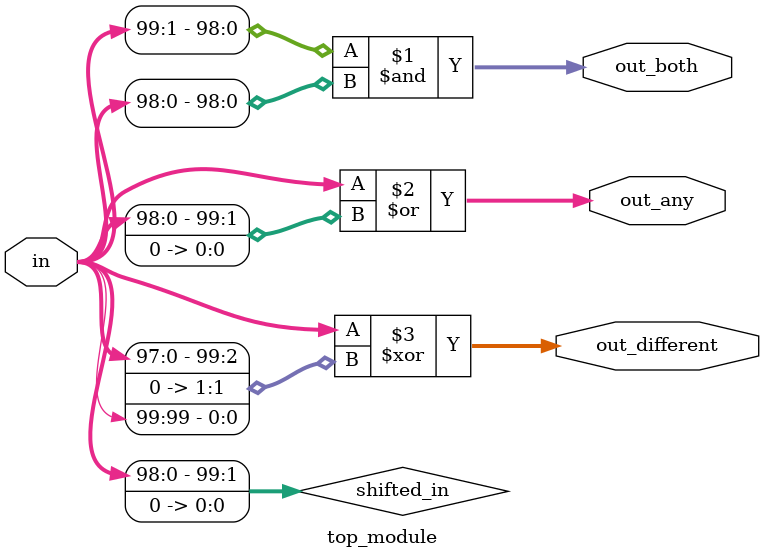
<source format=sv>
module top_module (
    input [99:0] in,
    output [98:0] out_both,
    output [99:0] out_any,
    output [99:0] out_different
);

    wire [99:0] shifted_in;
    
    assign shifted_in = {in[98:0], 1'b0};  // Shift `in` to the right by 1 bit.
    
    assign out_both = in[99:1] & shifted_in[99:1];  // Bit-wise AND, 99-bit wide.
    assign out_any  = in | shifted_in;             // Bit-wise OR, 100-bit wide.
    assign out_different  = in ^ {shifted_in[98:0], in[99]};  // {shifted_in[98:0], in[99]} aligns the last bit of shifted_in to the first bit of in for XOR.

endmodule

</source>
